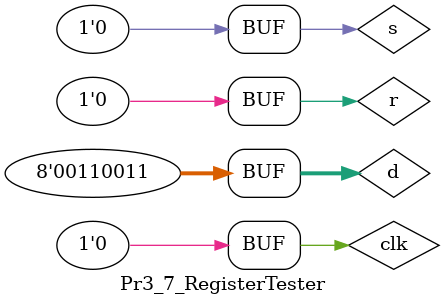
<source format=v>

`timescale 1ns/100ps

module Pr3_7_RegisterTester;
	reg [7:0] d;
	reg s, r, clk;
	wire [7:0] q;
	
	Pr3_7_Register UUT (d, s, r, clk, q);
	
	initial begin
		$dumpfile("Pr3_7_RegisterTester.vcd");
		$dumpvars(0, Pr3_7_RegisterTester);
		s = 0; r = 1; clk = 0; d = 0;
		#13  r = 0;
		#1   d = 8'h11;
		#13  s = 1;
		#13  s = 0;
		#1   d = 8'h33;
		#13  r = 1;
		#13  r = 0;
	end
	initial repeat (10) #7   clk = ~clk;
endmodule

</source>
